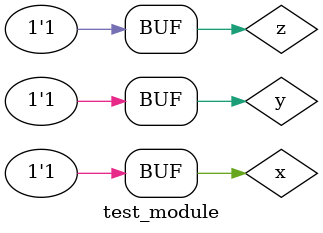
<source format=v>

module PoS (output S, input X, Y, Z); // MAXTERMOS

assign S = ( ~X | ~Y | Z ) & ( ~X | Y | Z ) & ( X | Y | ~Z ) & ( X | Y | Z);
endmodule // PoS


module test_module;
reg x, y, z;
wire s1;
 
PoS POS1 (s1, x, y, z);
 
initial begin: start
 x=1'bx; y=1'bx; z=1'bx; 
end


initial begin: main
 

 $display("Test boolean expression");


 // monitoramento

 $display(" x  y  z =  s");
 $monitor("%2b %2b %2b = %2b", x, y, z, s1);

 // sinalizacao
 #1 x=0; y=0; z=0;
 #1 x=0; y=0; z=1;
 #1 x=0; y=1; z=0;
 #1 x=0; y=1; z=1;
 #1 x=1; y=0; z=0;
 #1 x=1; y=0; z=1;
 #1 x=1; y=1; z=0;
 #1 x=1; y=1; z=1;
end
endmodule 
</source>
